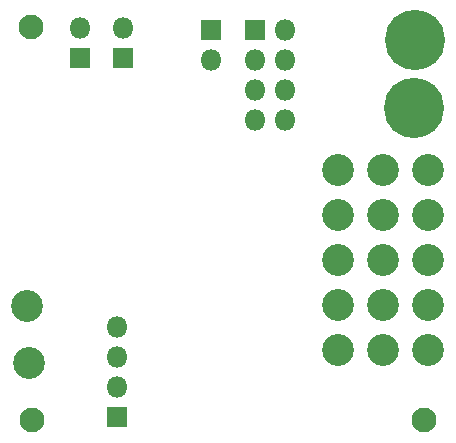
<source format=gbs>
%TF.GenerationSoftware,KiCad,Pcbnew,(5.1.6-0-10_14)*%
%TF.CreationDate,2022-07-07T23:15:08-05:00*%
%TF.ProjectId,small_led_driver_v2,736d616c-6c5f-46c6-9564-5f6472697665,rev?*%
%TF.SameCoordinates,Original*%
%TF.FileFunction,Soldermask,Bot*%
%TF.FilePolarity,Negative*%
%FSLAX46Y46*%
G04 Gerber Fmt 4.6, Leading zero omitted, Abs format (unit mm)*
G04 Created by KiCad (PCBNEW (5.1.6-0-10_14)) date 2022-07-07 23:15:08*
%MOMM*%
%LPD*%
G01*
G04 APERTURE LIST*
%ADD10C,2.700000*%
%ADD11O,1.800000X1.800000*%
%ADD12R,1.800000X1.800000*%
%ADD13C,5.100000*%
%ADD14C,2.100000*%
G04 APERTURE END LIST*
D10*
%TO.C,J13*%
X119806900Y-99585200D03*
%TD*%
%TO.C,J17*%
X119806900Y-107205200D03*
%TD*%
%TO.C,J19*%
X119806900Y-103395200D03*
%TD*%
%TO.C,J22*%
X119806900Y-95775200D03*
%TD*%
%TO.C,J23*%
X119806900Y-91965200D03*
%TD*%
D11*
%TO.C,J3*%
X97309280Y-105287704D03*
X97309280Y-107827704D03*
X97309280Y-110367704D03*
D12*
X97309280Y-112907704D03*
%TD*%
D13*
%TO.C,J20*%
X122555000Y-80987900D03*
%TD*%
%TO.C,J21*%
X122491500Y-86702900D03*
%TD*%
D12*
%TO.C,SW1*%
X105300780Y-80149700D03*
D11*
X105300780Y-82689700D03*
%TD*%
D12*
%TO.C,J18*%
X109004100Y-80149700D03*
D11*
X111544100Y-80149700D03*
X109004100Y-82689700D03*
X111544100Y-82689700D03*
X109004100Y-85229700D03*
X111544100Y-85229700D03*
X109004100Y-87769700D03*
X111544100Y-87769700D03*
%TD*%
%TO.C,J14*%
X97840800Y-79908400D03*
D12*
X97840800Y-82448400D03*
%TD*%
%TO.C,J16*%
X94157800Y-82448400D03*
D11*
X94157800Y-79908400D03*
%TD*%
D14*
%TO.C,H1*%
X90093800Y-113131600D03*
%TD*%
%TO.C,H2*%
X123291600Y-113131600D03*
%TD*%
%TO.C,H3*%
X90017600Y-79895700D03*
%TD*%
D10*
%TO.C,J1*%
X89865200Y-108343700D03*
%TD*%
%TO.C,J2*%
X89674700Y-103479600D03*
%TD*%
%TO.C,J4*%
X123616900Y-91965200D03*
%TD*%
%TO.C,J5*%
X115996900Y-95775200D03*
%TD*%
%TO.C,J6*%
X115996900Y-107205200D03*
%TD*%
%TO.C,J7*%
X115996900Y-99585200D03*
%TD*%
%TO.C,J8*%
X115996900Y-91965200D03*
%TD*%
%TO.C,J9*%
X123616900Y-103395200D03*
%TD*%
%TO.C,J10*%
X123616900Y-95775200D03*
%TD*%
%TO.C,J11*%
X123616900Y-107205200D03*
%TD*%
%TO.C,J12*%
X123616900Y-99585200D03*
%TD*%
%TO.C,J15*%
X115996900Y-103395200D03*
%TD*%
M02*

</source>
